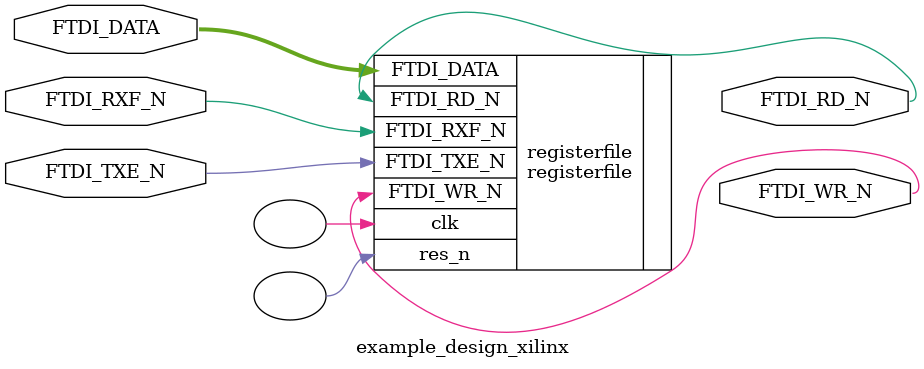
<source format=v>
module example_design_xilinx (
    // TX Enable, if low, data can be written
    input wire FTDI_TXE_N,
    // RX Free, if low, data can be read
    input wire FTDI_RXF_N,
    // Read, if low, FTDI outputs data
    output wire FTDI_RD_N,
    // Write, if low, FPGA/ASIC drives data to the bus
    output wire FTDI_WR_N,
    // Data InOut to read or write from FTDI
    inout wire [7:0] FTDI_DATA
);
    // Parametersrs
    //---------------


    // Signaling
    //---------------


    // Assigments
    //---------------




    // Instances
    //---------------
    registerfile registerfile    (
         .FTDI_TXE_N(FTDI_TXE_N),
         .FTDI_RXF_N(FTDI_RXF_N),
         .FTDI_RD_N(FTDI_RD_N),
         .FTDI_WR_N(FTDI_WR_N),
         .FTDI_DATA(FTDI_DATA),
         .clk(),
         .res_n()
);



    // Logic
    //---------------
    


endmodule

</source>
